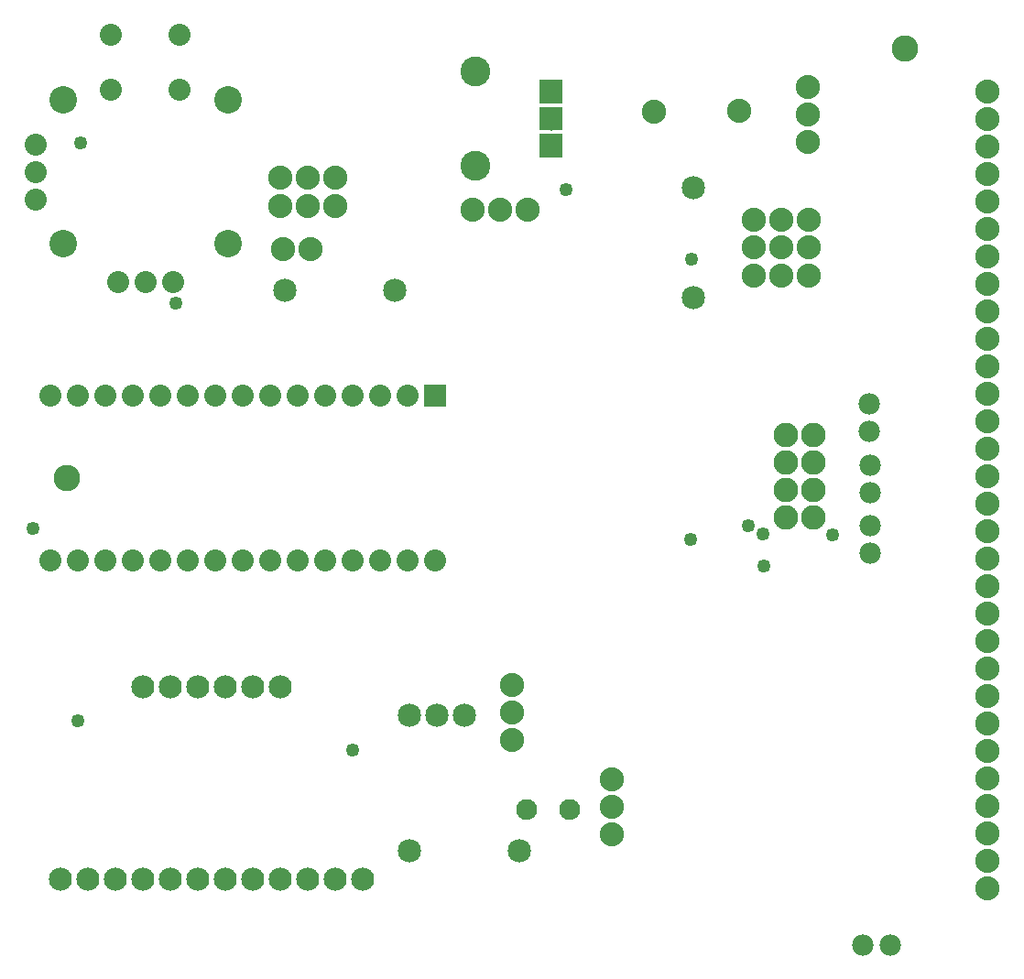
<source format=gbs>
G04 MADE WITH FRITZING*
G04 WWW.FRITZING.ORG*
G04 DOUBLE SIDED*
G04 HOLES PLATED*
G04 CONTOUR ON CENTER OF CONTOUR VECTOR*
%ASAXBY*%
%FSLAX23Y23*%
%MOIN*%
%OFA0B0*%
%SFA1.0B1.0*%
%ADD10C,0.085000*%
%ADD11C,0.088000*%
%ADD12C,0.089370*%
%ADD13C,0.080000*%
%ADD14C,0.049370*%
%ADD15C,0.100000*%
%ADD16C,0.076000*%
%ADD17C,0.084000*%
%ADD18C,0.108740*%
%ADD19C,0.077559*%
%ADD20C,0.096614*%
%ADD21R,0.080000X0.079972*%
%ADD22R,0.001000X0.001000*%
%LNMASK0*%
G90*
G70*
G54D10*
X1469Y534D03*
X1869Y534D03*
G54D11*
X3573Y3298D03*
X3573Y3198D03*
X3573Y3098D03*
X3573Y2998D03*
X3573Y2898D03*
X3573Y2798D03*
X3573Y2698D03*
X3573Y2598D03*
X3573Y2498D03*
X3573Y2398D03*
X3573Y2298D03*
X3573Y2198D03*
X3573Y2098D03*
X3573Y1998D03*
X3573Y1898D03*
X3573Y1798D03*
X3573Y1698D03*
X3573Y1598D03*
X3573Y1498D03*
X3573Y1398D03*
X3573Y1298D03*
X3573Y1198D03*
X3573Y1098D03*
X3573Y998D03*
X3573Y898D03*
X3573Y798D03*
X3573Y698D03*
X3573Y598D03*
X3573Y498D03*
X3573Y398D03*
G54D12*
X2938Y1747D03*
X2938Y1847D03*
X2938Y1947D03*
X2938Y2047D03*
X2938Y1747D03*
X2938Y1847D03*
X2938Y1947D03*
X2938Y2047D03*
X2838Y2047D03*
X2838Y1947D03*
X2838Y1847D03*
X2838Y1747D03*
G54D13*
X1563Y2189D03*
X1463Y2189D03*
X1363Y2189D03*
X1263Y2189D03*
X1163Y2189D03*
X1063Y2189D03*
X963Y2189D03*
X863Y2189D03*
X763Y2189D03*
X663Y2189D03*
X563Y2189D03*
X463Y2189D03*
X363Y2189D03*
X263Y2189D03*
X163Y2189D03*
X1563Y1589D03*
X1463Y1589D03*
X1363Y1589D03*
X1263Y1589D03*
X1163Y1589D03*
X1063Y1589D03*
X963Y1589D03*
X863Y1589D03*
X763Y1589D03*
X663Y1589D03*
X563Y1589D03*
X463Y1589D03*
X363Y1589D03*
X263Y1589D03*
X163Y1589D03*
G54D14*
X3008Y1683D03*
X2493Y1666D03*
G54D10*
X2501Y2947D03*
X2501Y2547D03*
G54D11*
X1107Y2723D03*
X1007Y2723D03*
G54D10*
X1467Y1026D03*
X1567Y1026D03*
X1667Y1026D03*
G54D15*
X207Y3267D03*
X807Y3267D03*
X807Y2742D03*
X207Y2742D03*
G54D13*
X607Y2604D03*
X507Y2604D03*
X407Y2604D03*
X107Y3004D03*
X107Y2904D03*
X107Y3104D03*
X632Y3304D03*
X382Y3304D03*
X382Y3504D03*
X632Y3504D03*
G54D16*
X1895Y682D03*
X2052Y682D03*
G54D17*
X797Y431D03*
X497Y1131D03*
X397Y431D03*
X997Y431D03*
X597Y431D03*
X197Y431D03*
X897Y431D03*
X697Y431D03*
X497Y431D03*
X297Y431D03*
X997Y1131D03*
X597Y1131D03*
X897Y1131D03*
X797Y1131D03*
X697Y1131D03*
X1297Y431D03*
X1197Y431D03*
X1097Y431D03*
G54D11*
X2923Y2626D03*
X2823Y2626D03*
X2723Y2626D03*
X2921Y2830D03*
X2821Y2830D03*
X2721Y2830D03*
X1198Y2984D03*
X1098Y2984D03*
X998Y2984D03*
X2668Y3226D03*
X2357Y3223D03*
X2917Y3312D03*
X2917Y3212D03*
X2917Y3112D03*
X2922Y2729D03*
X2822Y2729D03*
X2722Y2729D03*
X1198Y2880D03*
X1098Y2880D03*
X998Y2880D03*
X2205Y792D03*
X2205Y692D03*
X2205Y592D03*
X1897Y2866D03*
X1797Y2866D03*
X1697Y2866D03*
X1843Y1135D03*
X1843Y1035D03*
X1843Y935D03*
G54D17*
X1985Y3099D03*
X1985Y3198D03*
X1985Y3296D03*
G54D18*
X1709Y3025D03*
X1709Y3371D03*
G54D10*
X1014Y2572D03*
X1414Y2572D03*
G54D14*
X263Y1007D03*
X1263Y901D03*
X99Y1707D03*
X617Y2527D03*
X2496Y2685D03*
X272Y3109D03*
X2039Y2940D03*
G54D19*
X3145Y1715D03*
X3145Y1615D03*
X3144Y1938D03*
X3144Y1838D03*
X3143Y2159D03*
X3143Y2059D03*
X3219Y190D03*
X3119Y190D03*
G54D14*
X2700Y1717D03*
X2759Y1570D03*
X2756Y1687D03*
G54D20*
X3273Y3452D03*
X222Y1890D03*
G54D21*
X1563Y2189D03*
G54D22*
X1943Y3338D02*
X2026Y3338D01*
X1943Y3337D02*
X2026Y3337D01*
X1943Y3336D02*
X2026Y3336D01*
X1943Y3335D02*
X2026Y3335D01*
X1943Y3334D02*
X2026Y3334D01*
X1943Y3333D02*
X2026Y3333D01*
X1943Y3332D02*
X2026Y3332D01*
X1943Y3331D02*
X2026Y3331D01*
X1943Y3330D02*
X2026Y3330D01*
X1943Y3329D02*
X2026Y3329D01*
X1943Y3328D02*
X2026Y3328D01*
X1943Y3327D02*
X2026Y3327D01*
X1943Y3326D02*
X2026Y3326D01*
X1943Y3325D02*
X2026Y3325D01*
X1943Y3324D02*
X2026Y3324D01*
X1943Y3323D02*
X2026Y3323D01*
X1943Y3322D02*
X2026Y3322D01*
X1943Y3321D02*
X2026Y3321D01*
X1943Y3320D02*
X2026Y3320D01*
X1943Y3319D02*
X2026Y3319D01*
X1943Y3318D02*
X2026Y3318D01*
X1943Y3317D02*
X2026Y3317D01*
X1943Y3316D02*
X2026Y3316D01*
X1943Y3315D02*
X2026Y3315D01*
X1943Y3314D02*
X2026Y3314D01*
X1943Y3313D02*
X2026Y3313D01*
X1943Y3312D02*
X2026Y3312D01*
X1943Y3311D02*
X1980Y3311D01*
X1988Y3311D02*
X2026Y3311D01*
X1943Y3310D02*
X1977Y3310D01*
X1991Y3310D02*
X2026Y3310D01*
X1943Y3309D02*
X1975Y3309D01*
X1993Y3309D02*
X2026Y3309D01*
X1943Y3308D02*
X1974Y3308D01*
X1994Y3308D02*
X2026Y3308D01*
X1943Y3307D02*
X1973Y3307D01*
X1995Y3307D02*
X2026Y3307D01*
X1943Y3306D02*
X1972Y3306D01*
X1996Y3306D02*
X2026Y3306D01*
X1943Y3305D02*
X1971Y3305D01*
X1997Y3305D02*
X2026Y3305D01*
X1943Y3304D02*
X1971Y3304D01*
X1997Y3304D02*
X2026Y3304D01*
X1943Y3303D02*
X1970Y3303D01*
X1998Y3303D02*
X2026Y3303D01*
X1943Y3302D02*
X1970Y3302D01*
X1998Y3302D02*
X2026Y3302D01*
X1943Y3301D02*
X1969Y3301D01*
X1999Y3301D02*
X2026Y3301D01*
X1943Y3300D02*
X1969Y3300D01*
X1999Y3300D02*
X2026Y3300D01*
X1943Y3299D02*
X1969Y3299D01*
X1999Y3299D02*
X2026Y3299D01*
X1943Y3298D02*
X1969Y3298D01*
X1999Y3298D02*
X2026Y3298D01*
X1943Y3297D02*
X1969Y3297D01*
X1999Y3297D02*
X2026Y3297D01*
X1943Y3296D02*
X1969Y3296D01*
X1999Y3296D02*
X2026Y3296D01*
X1943Y3295D02*
X1969Y3295D01*
X1999Y3295D02*
X2026Y3295D01*
X1943Y3294D02*
X1969Y3294D01*
X1999Y3294D02*
X2026Y3294D01*
X1943Y3293D02*
X1969Y3293D01*
X1999Y3293D02*
X2026Y3293D01*
X1943Y3292D02*
X1969Y3292D01*
X1999Y3292D02*
X2026Y3292D01*
X1943Y3291D02*
X1970Y3291D01*
X1998Y3291D02*
X2026Y3291D01*
X1943Y3290D02*
X1970Y3290D01*
X1998Y3290D02*
X2026Y3290D01*
X1943Y3289D02*
X1971Y3289D01*
X1997Y3289D02*
X2026Y3289D01*
X1943Y3288D02*
X1971Y3288D01*
X1997Y3288D02*
X2026Y3288D01*
X1943Y3287D02*
X1972Y3287D01*
X1996Y3287D02*
X2026Y3287D01*
X1943Y3286D02*
X1973Y3286D01*
X1995Y3286D02*
X2026Y3286D01*
X1943Y3285D02*
X1974Y3285D01*
X1994Y3285D02*
X2026Y3285D01*
X1943Y3284D02*
X1975Y3284D01*
X1993Y3284D02*
X2026Y3284D01*
X1943Y3283D02*
X1978Y3283D01*
X1991Y3283D02*
X2026Y3283D01*
X1943Y3282D02*
X1983Y3282D01*
X1985Y3282D02*
X2026Y3282D01*
X1943Y3281D02*
X2026Y3281D01*
X1943Y3280D02*
X2026Y3280D01*
X1943Y3279D02*
X2026Y3279D01*
X1943Y3278D02*
X2026Y3278D01*
X1943Y3277D02*
X2026Y3277D01*
X1943Y3276D02*
X2026Y3276D01*
X1943Y3275D02*
X2026Y3275D01*
X1943Y3274D02*
X2026Y3274D01*
X1943Y3273D02*
X2026Y3273D01*
X1943Y3272D02*
X2026Y3272D01*
X1943Y3271D02*
X2026Y3271D01*
X1943Y3270D02*
X2026Y3270D01*
X1943Y3269D02*
X2026Y3269D01*
X1943Y3268D02*
X2026Y3268D01*
X1943Y3267D02*
X2026Y3267D01*
X1943Y3266D02*
X2026Y3266D01*
X1943Y3265D02*
X2026Y3265D01*
X1943Y3264D02*
X2026Y3264D01*
X1943Y3263D02*
X2026Y3263D01*
X1943Y3262D02*
X2026Y3262D01*
X1943Y3261D02*
X2026Y3261D01*
X1943Y3260D02*
X2026Y3260D01*
X1943Y3259D02*
X2026Y3259D01*
X1943Y3258D02*
X2026Y3258D01*
X1943Y3257D02*
X2026Y3257D01*
X1943Y3256D02*
X2026Y3256D01*
X1943Y3255D02*
X2025Y3255D01*
X1943Y3240D02*
X2025Y3240D01*
X1943Y3239D02*
X2026Y3239D01*
X1943Y3238D02*
X2026Y3238D01*
X1943Y3237D02*
X2026Y3237D01*
X1943Y3236D02*
X2026Y3236D01*
X1943Y3235D02*
X2026Y3235D01*
X1943Y3234D02*
X2026Y3234D01*
X1943Y3233D02*
X2026Y3233D01*
X1943Y3232D02*
X2026Y3232D01*
X1943Y3231D02*
X2026Y3231D01*
X1943Y3230D02*
X2026Y3230D01*
X1943Y3229D02*
X2026Y3229D01*
X1943Y3228D02*
X2026Y3228D01*
X1943Y3227D02*
X2026Y3227D01*
X1943Y3226D02*
X2026Y3226D01*
X1943Y3225D02*
X2026Y3225D01*
X1943Y3224D02*
X2026Y3224D01*
X1943Y3223D02*
X2026Y3223D01*
X1943Y3222D02*
X2026Y3222D01*
X1943Y3221D02*
X2026Y3221D01*
X1943Y3220D02*
X2026Y3220D01*
X1943Y3219D02*
X2026Y3219D01*
X1943Y3218D02*
X2026Y3218D01*
X1943Y3217D02*
X2026Y3217D01*
X1943Y3216D02*
X2026Y3216D01*
X1943Y3215D02*
X2026Y3215D01*
X1943Y3214D02*
X2026Y3214D01*
X1943Y3213D02*
X2026Y3213D01*
X1943Y3212D02*
X1978Y3212D01*
X1990Y3212D02*
X2026Y3212D01*
X1943Y3211D02*
X1976Y3211D01*
X1992Y3211D02*
X2026Y3211D01*
X1943Y3210D02*
X1974Y3210D01*
X1994Y3210D02*
X2026Y3210D01*
X1943Y3209D02*
X1973Y3209D01*
X1995Y3209D02*
X2026Y3209D01*
X1943Y3208D02*
X1972Y3208D01*
X1996Y3208D02*
X2026Y3208D01*
X1943Y3207D02*
X1971Y3207D01*
X1997Y3207D02*
X2026Y3207D01*
X1943Y3206D02*
X1971Y3206D01*
X1997Y3206D02*
X2026Y3206D01*
X1943Y3205D02*
X1970Y3205D01*
X1998Y3205D02*
X2026Y3205D01*
X1943Y3204D02*
X1970Y3204D01*
X1998Y3204D02*
X2026Y3204D01*
X1943Y3203D02*
X1970Y3203D01*
X1998Y3203D02*
X2026Y3203D01*
X1943Y3202D02*
X1969Y3202D01*
X1999Y3202D02*
X2026Y3202D01*
X1943Y3201D02*
X1969Y3201D01*
X1999Y3201D02*
X2026Y3201D01*
X1943Y3200D02*
X1969Y3200D01*
X1999Y3200D02*
X2026Y3200D01*
X1943Y3199D02*
X1969Y3199D01*
X1999Y3199D02*
X2026Y3199D01*
X1943Y3198D02*
X1969Y3198D01*
X1999Y3198D02*
X2026Y3198D01*
X1943Y3197D02*
X1969Y3197D01*
X1999Y3197D02*
X2026Y3197D01*
X1943Y3196D02*
X1969Y3196D01*
X1999Y3196D02*
X2026Y3196D01*
X1943Y3195D02*
X1969Y3195D01*
X1999Y3195D02*
X2026Y3195D01*
X1943Y3194D02*
X1969Y3194D01*
X1999Y3194D02*
X2026Y3194D01*
X1943Y3193D02*
X1970Y3193D01*
X1998Y3193D02*
X2026Y3193D01*
X1943Y3192D02*
X1970Y3192D01*
X1998Y3192D02*
X2026Y3192D01*
X1943Y3191D02*
X1970Y3191D01*
X1998Y3191D02*
X2026Y3191D01*
X1943Y3190D02*
X1971Y3190D01*
X1997Y3190D02*
X2026Y3190D01*
X1943Y3189D02*
X1972Y3189D01*
X1996Y3189D02*
X2026Y3189D01*
X1943Y3188D02*
X1972Y3188D01*
X1996Y3188D02*
X2026Y3188D01*
X1943Y3187D02*
X1974Y3187D01*
X1994Y3187D02*
X2026Y3187D01*
X1943Y3186D02*
X1975Y3186D01*
X1993Y3186D02*
X2026Y3186D01*
X1943Y3185D02*
X1977Y3185D01*
X1991Y3185D02*
X2026Y3185D01*
X1943Y3184D02*
X1980Y3184D01*
X1988Y3184D02*
X2026Y3184D01*
X1943Y3183D02*
X2026Y3183D01*
X1943Y3182D02*
X2026Y3182D01*
X1943Y3181D02*
X2026Y3181D01*
X1943Y3180D02*
X2026Y3180D01*
X1943Y3179D02*
X2026Y3179D01*
X1943Y3178D02*
X2026Y3178D01*
X1943Y3177D02*
X2026Y3177D01*
X1943Y3176D02*
X2026Y3176D01*
X1943Y3175D02*
X2026Y3175D01*
X1943Y3174D02*
X2026Y3174D01*
X1943Y3173D02*
X2026Y3173D01*
X1943Y3172D02*
X2026Y3172D01*
X1943Y3171D02*
X2026Y3171D01*
X1943Y3170D02*
X2026Y3170D01*
X1943Y3169D02*
X2026Y3169D01*
X1943Y3168D02*
X2026Y3168D01*
X1943Y3167D02*
X2026Y3167D01*
X1943Y3166D02*
X2026Y3166D01*
X1943Y3165D02*
X2026Y3165D01*
X1943Y3164D02*
X2026Y3164D01*
X1943Y3163D02*
X2026Y3163D01*
X1943Y3162D02*
X2026Y3162D01*
X1943Y3161D02*
X2026Y3161D01*
X1943Y3160D02*
X2026Y3160D01*
X1943Y3159D02*
X2026Y3159D01*
X1943Y3158D02*
X2026Y3158D01*
X1943Y3157D02*
X2026Y3157D01*
X1943Y3141D02*
X2026Y3141D01*
X1943Y3140D02*
X2026Y3140D01*
X1943Y3139D02*
X2026Y3139D01*
X1943Y3138D02*
X2026Y3138D01*
X1943Y3137D02*
X2026Y3137D01*
X1943Y3136D02*
X2026Y3136D01*
X1943Y3135D02*
X2026Y3135D01*
X1943Y3134D02*
X2026Y3134D01*
X1943Y3133D02*
X2026Y3133D01*
X1943Y3132D02*
X2026Y3132D01*
X1943Y3131D02*
X2026Y3131D01*
X1943Y3130D02*
X2026Y3130D01*
X1943Y3129D02*
X2026Y3129D01*
X1943Y3128D02*
X2026Y3128D01*
X1943Y3127D02*
X2026Y3127D01*
X1943Y3126D02*
X2026Y3126D01*
X1943Y3125D02*
X2026Y3125D01*
X1943Y3124D02*
X2026Y3124D01*
X1943Y3123D02*
X2026Y3123D01*
X1943Y3122D02*
X2026Y3122D01*
X1943Y3121D02*
X2026Y3121D01*
X1943Y3120D02*
X2026Y3120D01*
X1943Y3119D02*
X2026Y3119D01*
X1943Y3118D02*
X2026Y3118D01*
X1943Y3117D02*
X2026Y3117D01*
X1943Y3116D02*
X2026Y3116D01*
X1943Y3115D02*
X2026Y3115D01*
X1943Y3114D02*
X1980Y3114D01*
X1988Y3114D02*
X2026Y3114D01*
X1943Y3113D02*
X1977Y3113D01*
X1991Y3113D02*
X2026Y3113D01*
X1943Y3112D02*
X1975Y3112D01*
X1993Y3112D02*
X2026Y3112D01*
X1943Y3111D02*
X1974Y3111D01*
X1994Y3111D02*
X2026Y3111D01*
X1943Y3110D02*
X1973Y3110D01*
X1995Y3110D02*
X2026Y3110D01*
X1943Y3109D02*
X1972Y3109D01*
X1996Y3109D02*
X2026Y3109D01*
X1943Y3108D02*
X1971Y3108D01*
X1997Y3108D02*
X2026Y3108D01*
X1943Y3107D02*
X1971Y3107D01*
X1997Y3107D02*
X2026Y3107D01*
X1943Y3106D02*
X1970Y3106D01*
X1998Y3106D02*
X2026Y3106D01*
X1943Y3105D02*
X1970Y3105D01*
X1998Y3105D02*
X2026Y3105D01*
X1943Y3104D02*
X1969Y3104D01*
X1999Y3104D02*
X2026Y3104D01*
X1943Y3103D02*
X1969Y3103D01*
X1999Y3103D02*
X2026Y3103D01*
X1943Y3102D02*
X1969Y3102D01*
X1999Y3102D02*
X2026Y3102D01*
X1943Y3101D02*
X1969Y3101D01*
X1999Y3101D02*
X2026Y3101D01*
X1943Y3100D02*
X1969Y3100D01*
X1999Y3100D02*
X2026Y3100D01*
X1943Y3099D02*
X1969Y3099D01*
X1999Y3099D02*
X2026Y3099D01*
X1943Y3098D02*
X1969Y3098D01*
X1999Y3098D02*
X2026Y3098D01*
X1943Y3097D02*
X1969Y3097D01*
X1999Y3097D02*
X2026Y3097D01*
X1943Y3096D02*
X1969Y3096D01*
X1999Y3096D02*
X2026Y3096D01*
X1943Y3095D02*
X1970Y3095D01*
X1998Y3095D02*
X2026Y3095D01*
X1943Y3094D02*
X1970Y3094D01*
X1998Y3094D02*
X2026Y3094D01*
X1943Y3093D02*
X1970Y3093D01*
X1998Y3093D02*
X2026Y3093D01*
X1943Y3092D02*
X1971Y3092D01*
X1997Y3092D02*
X2026Y3092D01*
X1943Y3091D02*
X1971Y3091D01*
X1997Y3091D02*
X2026Y3091D01*
X1943Y3090D02*
X1972Y3090D01*
X1996Y3090D02*
X2026Y3090D01*
X1943Y3089D02*
X1973Y3089D01*
X1995Y3089D02*
X2026Y3089D01*
X1943Y3088D02*
X1974Y3088D01*
X1994Y3088D02*
X2026Y3088D01*
X1943Y3087D02*
X1976Y3087D01*
X1992Y3087D02*
X2026Y3087D01*
X1943Y3086D02*
X1978Y3086D01*
X1990Y3086D02*
X2026Y3086D01*
X1943Y3085D02*
X2026Y3085D01*
X1943Y3084D02*
X2026Y3084D01*
X1943Y3083D02*
X2026Y3083D01*
X1943Y3082D02*
X2026Y3082D01*
X1943Y3081D02*
X2026Y3081D01*
X1943Y3080D02*
X2026Y3080D01*
X1943Y3079D02*
X2026Y3079D01*
X1943Y3078D02*
X2026Y3078D01*
X1943Y3077D02*
X2026Y3077D01*
X1943Y3076D02*
X2026Y3076D01*
X1943Y3075D02*
X2026Y3075D01*
X1943Y3074D02*
X2026Y3074D01*
X1943Y3073D02*
X2026Y3073D01*
X1943Y3072D02*
X2026Y3072D01*
X1943Y3071D02*
X2026Y3071D01*
X1943Y3070D02*
X2026Y3070D01*
X1943Y3069D02*
X2026Y3069D01*
X1943Y3068D02*
X2026Y3068D01*
X1943Y3067D02*
X2026Y3067D01*
X1943Y3066D02*
X2026Y3066D01*
X1943Y3065D02*
X2026Y3065D01*
X1943Y3064D02*
X2026Y3064D01*
X1943Y3063D02*
X2026Y3063D01*
X1943Y3062D02*
X2026Y3062D01*
X1943Y3061D02*
X2026Y3061D01*
X1943Y3060D02*
X2026Y3060D01*
X1943Y3059D02*
X2026Y3059D01*
X1943Y3058D02*
X2025Y3058D01*
D02*
G04 End of Mask0*
M02*
</source>
